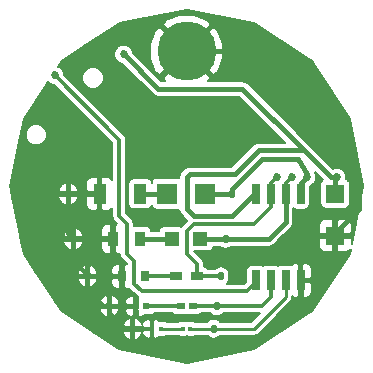
<source format=gtl>
G04 #@! TF.FileFunction,Copper,L1,Top,Signal*
%FSLAX46Y46*%
G04 Gerber Fmt 4.6, Leading zero omitted, Abs format (unit mm)*
G04 Created by KiCad (PCBNEW 4.0.6) date 10/10/19 11:50:36*
%MOMM*%
%LPD*%
G01*
G04 APERTURE LIST*
%ADD10C,0.100000*%
%ADD11R,0.400000X0.400000*%
%ADD12R,0.700000X0.600000*%
%ADD13R,1.700000X1.800860*%
%ADD14C,5.000000*%
%ADD15R,1.600000X1.600000*%
%ADD16R,1.300000X1.198880*%
%ADD17R,1.000000X0.797560*%
%ADD18R,0.650000X1.700000*%
%ADD19O,0.508000X0.762000*%
%ADD20R,1.100000X1.700000*%
%ADD21R,0.900000X1.300000*%
%ADD22R,0.700000X0.900000*%
%ADD23R,0.600000X0.600000*%
%ADD24R,0.450000X0.430000*%
%ADD25C,0.685800*%
%ADD26C,0.406400*%
%ADD27C,0.304800*%
%ADD28C,0.254000*%
%ADD29C,0.200000*%
G04 APERTURE END LIST*
D10*
D11*
X207980000Y-103505000D03*
X208580000Y-103505000D03*
D12*
X207780000Y-101600000D03*
X208780000Y-101600000D03*
D13*
X209804000Y-92075000D03*
X206629000Y-92075000D03*
D14*
X208280000Y-80010000D03*
D15*
X220853000Y-95631000D03*
X220853000Y-92075000D03*
D16*
X209423000Y-95885000D03*
X207010000Y-95885000D03*
D17*
X209169000Y-99060000D03*
X207391000Y-99060000D03*
D18*
X214122000Y-99408000D03*
X215392000Y-99408000D03*
X216662000Y-99408000D03*
X217932000Y-99408000D03*
X217932000Y-92108000D03*
X216662000Y-92108000D03*
X215392000Y-92108000D03*
X214122000Y-92108000D03*
D19*
X212090000Y-92075000D03*
X211582000Y-95885000D03*
X211201000Y-99060000D03*
X210820000Y-101600000D03*
X210566000Y-103505000D03*
X198247000Y-92075000D03*
X198691500Y-95885000D03*
X199898000Y-99060000D03*
X201739500Y-101600000D03*
X203708000Y-103505000D03*
D20*
X204343000Y-92075000D03*
X200914000Y-92075000D03*
D21*
X204343000Y-95885000D03*
X202057000Y-95885000D03*
D22*
X204724000Y-99060000D03*
X202819000Y-99060000D03*
D23*
X204870000Y-101600000D03*
X203970000Y-101600000D03*
D24*
X206140000Y-103505000D03*
X205340000Y-103505000D03*
D25*
X198755000Y-101600000D03*
X217170000Y-102235000D03*
X202946000Y-80264000D03*
X220980000Y-90678000D03*
X217170000Y-90678000D03*
X215900000Y-90678000D03*
X218440000Y-90678000D03*
X197104000Y-82042000D03*
D26*
X220853000Y-95631000D02*
X220853000Y-95377000D01*
X220853000Y-95377000D02*
X222885000Y-93345000D01*
X212090000Y-80010000D02*
X208280000Y-80010000D01*
X222885000Y-90805000D02*
X212090000Y-80010000D01*
X222885000Y-93345000D02*
X222885000Y-90805000D01*
X198691500Y-101536500D02*
X198691500Y-95885000D01*
X198755000Y-101600000D02*
X198691500Y-101536500D01*
X217170000Y-102235000D02*
X217932000Y-101473000D01*
X217932000Y-101473000D02*
X217932000Y-99408000D01*
X217932000Y-99408000D02*
X219362000Y-99408000D01*
X220853000Y-97917000D02*
X220853000Y-95631000D01*
X219362000Y-99408000D02*
X220853000Y-97917000D01*
X198691500Y-95885000D02*
X198691500Y-95821500D01*
X198691500Y-95821500D02*
X198247000Y-95377000D01*
X198247000Y-95377000D02*
X198247000Y-92075000D01*
D27*
X199898000Y-99060000D02*
X199898000Y-98933000D01*
X199898000Y-98933000D02*
X198691500Y-97726500D01*
X198691500Y-97726500D02*
X198691500Y-95885000D01*
X201739500Y-101600000D02*
X201295000Y-101600000D01*
X199898000Y-100203000D02*
X199898000Y-99060000D01*
X201295000Y-101600000D02*
X199898000Y-100203000D01*
D28*
X203708000Y-103505000D02*
X203200000Y-103505000D01*
X201739500Y-102044500D02*
X201739500Y-101600000D01*
X203200000Y-103505000D02*
X201739500Y-102044500D01*
X203708000Y-103505000D02*
X205340000Y-103505000D01*
D26*
X200914000Y-92075000D02*
X198247000Y-92075000D01*
X202057000Y-95885000D02*
X198691500Y-95885000D01*
D27*
X202819000Y-99060000D02*
X199898000Y-99060000D01*
X203970000Y-101600000D02*
X201739500Y-101600000D01*
D26*
X206121000Y-83185000D02*
X205867000Y-83185000D01*
X206121000Y-83185000D02*
X212979000Y-83185000D01*
X218186000Y-88392000D02*
X212979000Y-83185000D01*
X205867000Y-83185000D02*
X202946000Y-80264000D01*
X214376000Y-88392000D02*
X218186000Y-88392000D01*
X208280000Y-90805000D02*
X208280000Y-90678000D01*
X212090000Y-93980000D02*
X208915000Y-93980000D01*
X208915000Y-93980000D02*
X208280000Y-93345000D01*
X208280000Y-93345000D02*
X208280000Y-90805000D01*
X212090000Y-93980000D02*
X213962000Y-92108000D01*
X212344000Y-90424000D02*
X214376000Y-88392000D01*
X208534000Y-90424000D02*
X212344000Y-90424000D01*
X208280000Y-90678000D02*
X208534000Y-90424000D01*
X218186000Y-88392000D02*
X220472000Y-90678000D01*
X220472000Y-90678000D02*
X220980000Y-90678000D01*
X220853000Y-92075000D02*
X220853000Y-90805000D01*
X220853000Y-90805000D02*
X220980000Y-90678000D01*
X214122000Y-92108000D02*
X213962000Y-92108000D01*
D27*
X216662000Y-92108000D02*
X216662000Y-91186000D01*
X216662000Y-91186000D02*
X217170000Y-90678000D01*
D26*
X211582000Y-95885000D02*
X215265000Y-95885000D01*
X216662000Y-94488000D02*
X216662000Y-92108000D01*
X215265000Y-95885000D02*
X216662000Y-94488000D01*
X209423000Y-95885000D02*
X211582000Y-95885000D01*
D27*
X215392000Y-92108000D02*
X215392000Y-91186000D01*
X215392000Y-91186000D02*
X215900000Y-90678000D01*
X208280000Y-97155000D02*
X208280000Y-95250000D01*
X209169000Y-98044000D02*
X208280000Y-97155000D01*
X214630000Y-93980000D02*
X215392000Y-93218000D01*
X215392000Y-92108000D02*
X215392000Y-93218000D01*
X209169000Y-98044000D02*
X209169000Y-99060000D01*
X213995000Y-94615000D02*
X214630000Y-93980000D01*
X211455000Y-94615000D02*
X213995000Y-94615000D01*
X208915000Y-94615000D02*
X211455000Y-94615000D01*
X208280000Y-95250000D02*
X208915000Y-94615000D01*
X209169000Y-99060000D02*
X211201000Y-99060000D01*
D26*
X217932000Y-92108000D02*
X217932000Y-91186000D01*
X217932000Y-91186000D02*
X218440000Y-90678000D01*
X215392000Y-89154000D02*
X214630000Y-89154000D01*
X218440000Y-90424000D02*
X217678000Y-89154000D01*
X217678000Y-89154000D02*
X215392000Y-89154000D01*
X218440000Y-90678000D02*
X218440000Y-90424000D01*
X212090000Y-91694000D02*
X212090000Y-92075000D01*
X214630000Y-89154000D02*
X212090000Y-91694000D01*
X209804000Y-92075000D02*
X212090000Y-92075000D01*
D27*
X202565000Y-93980000D02*
X202565000Y-87503000D01*
X214122000Y-99568000D02*
X213360000Y-100330000D01*
X203200000Y-94615000D02*
X202565000Y-93980000D01*
X203200000Y-97155000D02*
X203200000Y-94615000D01*
X203835000Y-97790000D02*
X203200000Y-97155000D01*
X203835000Y-99695000D02*
X203835000Y-97790000D01*
X204470000Y-100330000D02*
X203835000Y-99695000D01*
X213360000Y-100330000D02*
X204470000Y-100330000D01*
X202565000Y-87503000D02*
X197104000Y-82042000D01*
X214122000Y-99408000D02*
X214122000Y-99568000D01*
X214122000Y-99408000D02*
X214122000Y-98933000D01*
D26*
X207010000Y-95885000D02*
X204343000Y-95885000D01*
D27*
X207391000Y-99060000D02*
X204724000Y-99060000D01*
X207780000Y-101600000D02*
X204870000Y-101600000D01*
D26*
X206629000Y-92075000D02*
X204343000Y-92075000D01*
D27*
X210820000Y-101600000D02*
X214630000Y-101600000D01*
X215392000Y-100838000D02*
X215392000Y-99408000D01*
X214630000Y-101600000D02*
X215392000Y-100838000D01*
X208780000Y-101600000D02*
X210820000Y-101600000D01*
D28*
X210566000Y-103505000D02*
X213995000Y-103505000D01*
X216662000Y-100838000D02*
X216662000Y-99408000D01*
X213995000Y-103505000D02*
X216662000Y-100838000D01*
X208580000Y-103505000D02*
X210566000Y-103505000D01*
X206140000Y-103505000D02*
X207980000Y-103505000D01*
D29*
G36*
X214001200Y-77627801D02*
X218851400Y-80868600D01*
X222092199Y-85718800D01*
X223230217Y-91440000D01*
X222261000Y-96312580D01*
X222261000Y-95937000D01*
X222109000Y-95785000D01*
X221007000Y-95785000D01*
X221007000Y-96887000D01*
X221159000Y-97039000D01*
X221773938Y-97039000D01*
X221997404Y-96946438D01*
X222168437Y-96775405D01*
X222169402Y-96773076D01*
X222092199Y-97161200D01*
X218851400Y-102011400D01*
X214001200Y-105252199D01*
X208280000Y-106390217D01*
X202558800Y-105252199D01*
X200375159Y-103793137D01*
X202863219Y-103793137D01*
X202989189Y-104104155D01*
X203224591Y-104343291D01*
X203449189Y-104454229D01*
X203581000Y-104330549D01*
X203581000Y-103659000D01*
X203835000Y-103659000D01*
X203835000Y-104330549D01*
X203966811Y-104454229D01*
X204191409Y-104343291D01*
X204426811Y-104104155D01*
X204520358Y-103873188D01*
X204599562Y-104064404D01*
X204770595Y-104235437D01*
X204994061Y-104328000D01*
X205075500Y-104328000D01*
X205227500Y-104176000D01*
X205227500Y-103612500D01*
X204659000Y-103612500D01*
X204515153Y-103756347D01*
X204415588Y-103659000D01*
X203835000Y-103659000D01*
X203581000Y-103659000D01*
X203000412Y-103659000D01*
X202863219Y-103793137D01*
X200375159Y-103793137D01*
X199512704Y-103216863D01*
X202863219Y-103216863D01*
X203000412Y-103351000D01*
X203581000Y-103351000D01*
X203581000Y-102679451D01*
X203835000Y-102679451D01*
X203835000Y-103351000D01*
X204415588Y-103351000D01*
X204515153Y-103253653D01*
X204659000Y-103397500D01*
X205227500Y-103397500D01*
X205227500Y-102834000D01*
X205075500Y-102682000D01*
X204994061Y-102682000D01*
X204770595Y-102774563D01*
X204599562Y-102945596D01*
X204520358Y-103136812D01*
X204426811Y-102905845D01*
X204191409Y-102666709D01*
X203966811Y-102555771D01*
X203835000Y-102679451D01*
X203581000Y-102679451D01*
X203449189Y-102555771D01*
X203224591Y-102666709D01*
X202989189Y-102905845D01*
X202863219Y-103216863D01*
X199512704Y-103216863D01*
X197708600Y-102011400D01*
X197626239Y-101888137D01*
X200894719Y-101888137D01*
X201020689Y-102199155D01*
X201256091Y-102438291D01*
X201480689Y-102549229D01*
X201612500Y-102425549D01*
X201612500Y-101754000D01*
X201866500Y-101754000D01*
X201866500Y-102425549D01*
X201998311Y-102549229D01*
X202222909Y-102438291D01*
X202458311Y-102199155D01*
X202578666Y-101902000D01*
X203062000Y-101902000D01*
X203062000Y-102020938D01*
X203154562Y-102244404D01*
X203325595Y-102415437D01*
X203549061Y-102508000D01*
X203668000Y-102508000D01*
X203820000Y-102356000D01*
X203820000Y-101750000D01*
X203214000Y-101750000D01*
X203062000Y-101902000D01*
X202578666Y-101902000D01*
X202584281Y-101888137D01*
X202447088Y-101754000D01*
X201866500Y-101754000D01*
X201612500Y-101754000D01*
X201031912Y-101754000D01*
X200894719Y-101888137D01*
X197626239Y-101888137D01*
X197241186Y-101311863D01*
X200894719Y-101311863D01*
X201031912Y-101446000D01*
X201612500Y-101446000D01*
X201612500Y-100774451D01*
X201866500Y-100774451D01*
X201866500Y-101446000D01*
X202447088Y-101446000D01*
X202584281Y-101311863D01*
X202530494Y-101179062D01*
X203062000Y-101179062D01*
X203062000Y-101298000D01*
X203214000Y-101450000D01*
X203820000Y-101450000D01*
X203820000Y-100844000D01*
X203668000Y-100692000D01*
X203549061Y-100692000D01*
X203325595Y-100784563D01*
X203154562Y-100955596D01*
X203062000Y-101179062D01*
X202530494Y-101179062D01*
X202458311Y-101000845D01*
X202222909Y-100761709D01*
X201998311Y-100650771D01*
X201866500Y-100774451D01*
X201612500Y-100774451D01*
X201480689Y-100650771D01*
X201256091Y-100761709D01*
X201020689Y-101000845D01*
X200894719Y-101311863D01*
X197241186Y-101311863D01*
X195929066Y-99348137D01*
X199053219Y-99348137D01*
X199179189Y-99659155D01*
X199414591Y-99898291D01*
X199639189Y-100009229D01*
X199771000Y-99885549D01*
X199771000Y-99214000D01*
X200025000Y-99214000D01*
X200025000Y-99885549D01*
X200156811Y-100009229D01*
X200381409Y-99898291D01*
X200616811Y-99659155D01*
X200735546Y-99366000D01*
X201861000Y-99366000D01*
X201861000Y-99630938D01*
X201953562Y-99854404D01*
X202124595Y-100025437D01*
X202348061Y-100118000D01*
X202513000Y-100118000D01*
X202665000Y-99966000D01*
X202665000Y-99214000D01*
X202013000Y-99214000D01*
X201861000Y-99366000D01*
X200735546Y-99366000D01*
X200742781Y-99348137D01*
X200605588Y-99214000D01*
X200025000Y-99214000D01*
X199771000Y-99214000D01*
X199190412Y-99214000D01*
X199053219Y-99348137D01*
X195929066Y-99348137D01*
X195544012Y-98771863D01*
X199053219Y-98771863D01*
X199190412Y-98906000D01*
X199771000Y-98906000D01*
X199771000Y-98234451D01*
X200025000Y-98234451D01*
X200025000Y-98906000D01*
X200605588Y-98906000D01*
X200742781Y-98771863D01*
X200628240Y-98489062D01*
X201861000Y-98489062D01*
X201861000Y-98754000D01*
X202013000Y-98906000D01*
X202665000Y-98906000D01*
X202665000Y-98154000D01*
X202513000Y-98002000D01*
X202348061Y-98002000D01*
X202124595Y-98094563D01*
X201953562Y-98265596D01*
X201861000Y-98489062D01*
X200628240Y-98489062D01*
X200616811Y-98460845D01*
X200381409Y-98221709D01*
X200156811Y-98110771D01*
X200025000Y-98234451D01*
X199771000Y-98234451D01*
X199639189Y-98110771D01*
X199414591Y-98221709D01*
X199179189Y-98460845D01*
X199053219Y-98771863D01*
X195544012Y-98771863D01*
X194467801Y-97161200D01*
X194271264Y-96173137D01*
X197846719Y-96173137D01*
X197972689Y-96484155D01*
X198208091Y-96723291D01*
X198432689Y-96834229D01*
X198564500Y-96710549D01*
X198564500Y-96039000D01*
X198818500Y-96039000D01*
X198818500Y-96710549D01*
X198950311Y-96834229D01*
X199174909Y-96723291D01*
X199410311Y-96484155D01*
X199529046Y-96191000D01*
X200999000Y-96191000D01*
X200999000Y-96655938D01*
X201091562Y-96879404D01*
X201262595Y-97050437D01*
X201486061Y-97143000D01*
X201751000Y-97143000D01*
X201903000Y-96991000D01*
X201903000Y-96039000D01*
X201151000Y-96039000D01*
X200999000Y-96191000D01*
X199529046Y-96191000D01*
X199536281Y-96173137D01*
X199399088Y-96039000D01*
X198818500Y-96039000D01*
X198564500Y-96039000D01*
X197983912Y-96039000D01*
X197846719Y-96173137D01*
X194271264Y-96173137D01*
X194156636Y-95596863D01*
X197846719Y-95596863D01*
X197983912Y-95731000D01*
X198564500Y-95731000D01*
X198564500Y-95059451D01*
X198818500Y-95059451D01*
X198818500Y-95731000D01*
X199399088Y-95731000D01*
X199536281Y-95596863D01*
X199410311Y-95285845D01*
X199241211Y-95114062D01*
X200999000Y-95114062D01*
X200999000Y-95579000D01*
X201151000Y-95731000D01*
X201903000Y-95731000D01*
X201903000Y-94779000D01*
X201751000Y-94627000D01*
X201486061Y-94627000D01*
X201262595Y-94719563D01*
X201091562Y-94890596D01*
X200999000Y-95114062D01*
X199241211Y-95114062D01*
X199174909Y-95046709D01*
X198950311Y-94935771D01*
X198818500Y-95059451D01*
X198564500Y-95059451D01*
X198432689Y-94935771D01*
X198208091Y-95046709D01*
X197972689Y-95285845D01*
X197846719Y-95596863D01*
X194156636Y-95596863D01*
X193513407Y-92363137D01*
X197402219Y-92363137D01*
X197528189Y-92674155D01*
X197763591Y-92913291D01*
X197988189Y-93024229D01*
X198120000Y-92900549D01*
X198120000Y-92229000D01*
X198374000Y-92229000D01*
X198374000Y-92900549D01*
X198505811Y-93024229D01*
X198730409Y-92913291D01*
X198965811Y-92674155D01*
X199084546Y-92381000D01*
X199756000Y-92381000D01*
X199756000Y-93045938D01*
X199848562Y-93269404D01*
X200019595Y-93440437D01*
X200243061Y-93533000D01*
X200608000Y-93533000D01*
X200760000Y-93381000D01*
X200760000Y-92229000D01*
X199908000Y-92229000D01*
X199756000Y-92381000D01*
X199084546Y-92381000D01*
X199091781Y-92363137D01*
X198954588Y-92229000D01*
X198374000Y-92229000D01*
X198120000Y-92229000D01*
X197539412Y-92229000D01*
X197402219Y-92363137D01*
X193513407Y-92363137D01*
X193398779Y-91786863D01*
X197402219Y-91786863D01*
X197539412Y-91921000D01*
X198120000Y-91921000D01*
X198120000Y-91249451D01*
X198374000Y-91249451D01*
X198374000Y-91921000D01*
X198954588Y-91921000D01*
X199091781Y-91786863D01*
X198965811Y-91475845D01*
X198730409Y-91236709D01*
X198505811Y-91125771D01*
X198374000Y-91249451D01*
X198120000Y-91249451D01*
X197988189Y-91125771D01*
X197763591Y-91236709D01*
X197528189Y-91475845D01*
X197402219Y-91786863D01*
X193398779Y-91786863D01*
X193329783Y-91440000D01*
X193396605Y-91104062D01*
X199756000Y-91104062D01*
X199756000Y-91769000D01*
X199908000Y-91921000D01*
X200760000Y-91921000D01*
X200760000Y-90769000D01*
X200608000Y-90617000D01*
X200243061Y-90617000D01*
X200019595Y-90709563D01*
X199848562Y-90880596D01*
X199756000Y-91104062D01*
X193396605Y-91104062D01*
X194162857Y-87251855D01*
X194649137Y-87251855D01*
X194785865Y-87582762D01*
X195038818Y-87836157D01*
X195369487Y-87973462D01*
X195727529Y-87973775D01*
X196058436Y-87837047D01*
X196311831Y-87584094D01*
X196449136Y-87253425D01*
X196449449Y-86895383D01*
X196312721Y-86564476D01*
X196059768Y-86311081D01*
X195729099Y-86173776D01*
X195371057Y-86173463D01*
X195040150Y-86310191D01*
X194786755Y-86563144D01*
X194649450Y-86893813D01*
X194649137Y-87251855D01*
X194162857Y-87251855D01*
X194467801Y-85718800D01*
X196547289Y-82606626D01*
X196654272Y-82713796D01*
X196945590Y-82834762D01*
X197044927Y-82834849D01*
X201962600Y-87752522D01*
X201962600Y-90863758D01*
X201808405Y-90709563D01*
X201584939Y-90617000D01*
X201220000Y-90617000D01*
X201068000Y-90769000D01*
X201068000Y-91921000D01*
X201088000Y-91921000D01*
X201088000Y-92229000D01*
X201068000Y-92229000D01*
X201068000Y-93381000D01*
X201220000Y-93533000D01*
X201584939Y-93533000D01*
X201808405Y-93440437D01*
X201962600Y-93286242D01*
X201962600Y-93980000D01*
X202008455Y-94210529D01*
X202139039Y-94405961D01*
X202361539Y-94628461D01*
X202211000Y-94779000D01*
X202211000Y-95731000D01*
X202231000Y-95731000D01*
X202231000Y-96039000D01*
X202211000Y-96039000D01*
X202211000Y-96991000D01*
X202363000Y-97143000D01*
X202597600Y-97143000D01*
X202597600Y-97155000D01*
X202643455Y-97385529D01*
X202774039Y-97580961D01*
X203195078Y-98002000D01*
X203125000Y-98002000D01*
X202973000Y-98154000D01*
X202973000Y-98906000D01*
X202993000Y-98906000D01*
X202993000Y-99214000D01*
X202973000Y-99214000D01*
X202973000Y-99966000D01*
X203125000Y-100118000D01*
X203289939Y-100118000D01*
X203381672Y-100080003D01*
X203409039Y-100120961D01*
X204044039Y-100755961D01*
X204142350Y-100821650D01*
X204120000Y-100844000D01*
X204120000Y-101256465D01*
X204111184Y-101300000D01*
X204111184Y-101900000D01*
X204120000Y-101946853D01*
X204120000Y-102356000D01*
X204272000Y-102508000D01*
X204390939Y-102508000D01*
X204614405Y-102415437D01*
X204671026Y-102358816D01*
X205170000Y-102358816D01*
X205336760Y-102327438D01*
X205489919Y-102228883D01*
X205508014Y-102202400D01*
X207089844Y-102202400D01*
X207101117Y-102219919D01*
X207251495Y-102322668D01*
X207430000Y-102358816D01*
X208130000Y-102358816D01*
X208285507Y-102329555D01*
X208430000Y-102358816D01*
X209130000Y-102358816D01*
X209296760Y-102327438D01*
X209449919Y-102228883D01*
X209468014Y-102202400D01*
X210296350Y-102202400D01*
X210322197Y-102241083D01*
X210550591Y-102393691D01*
X210820000Y-102447280D01*
X211089409Y-102393691D01*
X211317803Y-102241083D01*
X211343650Y-102202400D01*
X214481598Y-102202400D01*
X213755998Y-102928000D01*
X211106622Y-102928000D01*
X211063803Y-102863917D01*
X210835409Y-102711309D01*
X210566000Y-102657720D01*
X210296591Y-102711309D01*
X210068197Y-102863917D01*
X210025378Y-102928000D01*
X209025342Y-102928000D01*
X208958505Y-102882332D01*
X208780000Y-102846184D01*
X208380000Y-102846184D01*
X208276329Y-102865691D01*
X208180000Y-102846184D01*
X207780000Y-102846184D01*
X207613240Y-102877562D01*
X207534857Y-102928000D01*
X206632295Y-102928000D01*
X206543505Y-102867332D01*
X206365000Y-102831184D01*
X205966026Y-102831184D01*
X205909405Y-102774563D01*
X205685939Y-102682000D01*
X205604500Y-102682000D01*
X205452500Y-102834000D01*
X205452500Y-103397500D01*
X205456184Y-103397500D01*
X205456184Y-103612500D01*
X205452500Y-103612500D01*
X205452500Y-104176000D01*
X205604500Y-104328000D01*
X205685939Y-104328000D01*
X205909405Y-104235437D01*
X205966026Y-104178816D01*
X206365000Y-104178816D01*
X206531760Y-104147438D01*
X206633454Y-104082000D01*
X207534658Y-104082000D01*
X207601495Y-104127668D01*
X207780000Y-104163816D01*
X208180000Y-104163816D01*
X208283671Y-104144309D01*
X208380000Y-104163816D01*
X208780000Y-104163816D01*
X208946760Y-104132438D01*
X209025143Y-104082000D01*
X210025378Y-104082000D01*
X210068197Y-104146083D01*
X210296591Y-104298691D01*
X210566000Y-104352280D01*
X210835409Y-104298691D01*
X211063803Y-104146083D01*
X211106622Y-104082000D01*
X213994995Y-104082000D01*
X213995000Y-104082001D01*
X214215808Y-104038078D01*
X214403001Y-103913001D01*
X217069998Y-101246003D01*
X217070001Y-101246001D01*
X217195078Y-101058808D01*
X217214948Y-100958917D01*
X217239001Y-100838000D01*
X217239000Y-100837995D01*
X217239000Y-100749842D01*
X217262596Y-100773438D01*
X217486062Y-100866000D01*
X217626000Y-100866000D01*
X217778000Y-100714000D01*
X217778000Y-99562000D01*
X218086000Y-99562000D01*
X218086000Y-100714000D01*
X218238000Y-100866000D01*
X218377938Y-100866000D01*
X218601404Y-100773438D01*
X218772437Y-100602405D01*
X218865000Y-100378939D01*
X218865000Y-99714000D01*
X218713000Y-99562000D01*
X218086000Y-99562000D01*
X217778000Y-99562000D01*
X217758000Y-99562000D01*
X217758000Y-99254000D01*
X217778000Y-99254000D01*
X217778000Y-98102000D01*
X218086000Y-98102000D01*
X218086000Y-99254000D01*
X218713000Y-99254000D01*
X218865000Y-99102000D01*
X218865000Y-98437061D01*
X218772437Y-98213595D01*
X218601404Y-98042562D01*
X218377938Y-97950000D01*
X218238000Y-97950000D01*
X218086000Y-98102000D01*
X217778000Y-98102000D01*
X217626000Y-97950000D01*
X217486062Y-97950000D01*
X217262596Y-98042562D01*
X217168072Y-98137086D01*
X217165505Y-98135332D01*
X216987000Y-98099184D01*
X216337000Y-98099184D01*
X216170240Y-98130562D01*
X216025158Y-98223920D01*
X215895505Y-98135332D01*
X215717000Y-98099184D01*
X215067000Y-98099184D01*
X214900240Y-98130562D01*
X214755158Y-98223920D01*
X214625505Y-98135332D01*
X214447000Y-98099184D01*
X213797000Y-98099184D01*
X213630240Y-98130562D01*
X213477081Y-98229117D01*
X213374332Y-98379495D01*
X213338184Y-98558000D01*
X213338184Y-99499894D01*
X213110478Y-99727600D01*
X211659118Y-99727600D01*
X211698803Y-99701083D01*
X211851411Y-99472689D01*
X211905000Y-99203280D01*
X211905000Y-98916720D01*
X211851411Y-98647311D01*
X211698803Y-98418917D01*
X211470409Y-98266309D01*
X211201000Y-98212720D01*
X210931591Y-98266309D01*
X210703197Y-98418917D01*
X210677350Y-98457600D01*
X210072719Y-98457600D01*
X209997883Y-98341301D01*
X209847505Y-98238552D01*
X209771400Y-98223140D01*
X209771400Y-98044000D01*
X209725545Y-97813472D01*
X209725545Y-97813471D01*
X209594961Y-97618039D01*
X208920178Y-96943256D01*
X210073000Y-96943256D01*
X210239760Y-96911878D01*
X210392919Y-96813323D01*
X210495668Y-96662945D01*
X210520929Y-96538200D01*
X211102331Y-96538200D01*
X211312591Y-96678691D01*
X211582000Y-96732280D01*
X211851409Y-96678691D01*
X212061669Y-96538200D01*
X215265000Y-96538200D01*
X215514969Y-96488478D01*
X215726882Y-96346882D01*
X216136764Y-95937000D01*
X219445000Y-95937000D01*
X219445000Y-96551939D01*
X219537563Y-96775405D01*
X219708596Y-96946438D01*
X219932062Y-97039000D01*
X220547000Y-97039000D01*
X220699000Y-96887000D01*
X220699000Y-95785000D01*
X219597000Y-95785000D01*
X219445000Y-95937000D01*
X216136764Y-95937000D01*
X217123882Y-94949882D01*
X217265478Y-94737969D01*
X217271029Y-94710061D01*
X219445000Y-94710061D01*
X219445000Y-95325000D01*
X219597000Y-95477000D01*
X220699000Y-95477000D01*
X220699000Y-94375000D01*
X221007000Y-94375000D01*
X221007000Y-95477000D01*
X222109000Y-95477000D01*
X222261000Y-95325000D01*
X222261000Y-94710061D01*
X222168437Y-94486595D01*
X221997404Y-94315562D01*
X221773938Y-94223000D01*
X221159000Y-94223000D01*
X221007000Y-94375000D01*
X220699000Y-94375000D01*
X220547000Y-94223000D01*
X219932062Y-94223000D01*
X219708596Y-94315562D01*
X219537563Y-94486595D01*
X219445000Y-94710061D01*
X217271029Y-94710061D01*
X217315200Y-94488000D01*
X217315200Y-93303257D01*
X217428495Y-93380668D01*
X217607000Y-93416816D01*
X218257000Y-93416816D01*
X218423760Y-93385438D01*
X218576919Y-93286883D01*
X218679668Y-93136505D01*
X218715816Y-92958000D01*
X218715816Y-91421955D01*
X218888555Y-91350580D01*
X219111796Y-91127728D01*
X219232762Y-90836410D01*
X219233038Y-90520974D01*
X219121663Y-90251427D01*
X219783749Y-90913513D01*
X219733081Y-90946117D01*
X219630332Y-91096495D01*
X219594184Y-91275000D01*
X219594184Y-92875000D01*
X219625562Y-93041760D01*
X219724117Y-93194919D01*
X219874495Y-93297668D01*
X220053000Y-93333816D01*
X221653000Y-93333816D01*
X221819760Y-93302438D01*
X221972919Y-93203883D01*
X222075668Y-93053505D01*
X222111816Y-92875000D01*
X222111816Y-91275000D01*
X222080438Y-91108240D01*
X221981883Y-90955081D01*
X221831505Y-90852332D01*
X221771220Y-90840124D01*
X221772762Y-90836410D01*
X221773038Y-90520974D01*
X221652580Y-90229445D01*
X221429728Y-90006204D01*
X221138410Y-89885238D01*
X220822974Y-89884962D01*
X220667123Y-89949359D01*
X213440882Y-82723118D01*
X213228969Y-82581522D01*
X212979000Y-82531800D01*
X210105611Y-82531800D01*
X210301587Y-82249376D01*
X208280000Y-80227789D01*
X206258413Y-82249376D01*
X206454389Y-82531800D01*
X206137564Y-82531800D01*
X203739015Y-80133251D01*
X203739038Y-80106974D01*
X203618580Y-79815445D01*
X203395728Y-79592204D01*
X203104410Y-79471238D01*
X202788974Y-79470962D01*
X202497445Y-79591420D01*
X202274204Y-79814272D01*
X202153238Y-80105590D01*
X202152962Y-80421026D01*
X202273420Y-80712555D01*
X202496272Y-80935796D01*
X202787590Y-81056762D01*
X202815022Y-81056786D01*
X205405118Y-83646882D01*
X205617031Y-83788478D01*
X205867000Y-83838200D01*
X212708436Y-83838200D01*
X216609036Y-87738800D01*
X214376000Y-87738800D01*
X214126031Y-87788522D01*
X213914118Y-87930118D01*
X212073436Y-89770800D01*
X208534000Y-89770800D01*
X208284031Y-89820522D01*
X208072118Y-89962118D01*
X207818118Y-90216118D01*
X207676522Y-90428031D01*
X207626800Y-90678000D01*
X207626800Y-90745684D01*
X207479000Y-90715754D01*
X205779000Y-90715754D01*
X205612240Y-90747132D01*
X205459081Y-90845687D01*
X205356332Y-90996065D01*
X205331662Y-91117890D01*
X205320438Y-91058240D01*
X205221883Y-90905081D01*
X205071505Y-90802332D01*
X204893000Y-90766184D01*
X203793000Y-90766184D01*
X203626240Y-90797562D01*
X203473081Y-90896117D01*
X203370332Y-91046495D01*
X203334184Y-91225000D01*
X203334184Y-92925000D01*
X203365562Y-93091760D01*
X203464117Y-93244919D01*
X203614495Y-93347668D01*
X203793000Y-93383816D01*
X204893000Y-93383816D01*
X205059760Y-93352438D01*
X205212919Y-93253883D01*
X205315668Y-93103505D01*
X205330501Y-93030259D01*
X205351562Y-93142190D01*
X205450117Y-93295349D01*
X205600495Y-93398098D01*
X205779000Y-93434246D01*
X207479000Y-93434246D01*
X207638579Y-93404219D01*
X207676522Y-93594969D01*
X207818118Y-93806882D01*
X208344657Y-94333421D01*
X207854039Y-94824039D01*
X207829321Y-94861032D01*
X207660000Y-94826744D01*
X206360000Y-94826744D01*
X206193240Y-94858122D01*
X206040081Y-94956677D01*
X205937332Y-95107055D01*
X205912071Y-95231800D01*
X205251214Y-95231800D01*
X205220438Y-95068240D01*
X205121883Y-94915081D01*
X204971505Y-94812332D01*
X204793000Y-94776184D01*
X203893000Y-94776184D01*
X203802400Y-94793232D01*
X203802400Y-94615000D01*
X203767965Y-94441882D01*
X203756545Y-94384471D01*
X203625961Y-94189039D01*
X203167400Y-93730478D01*
X203167400Y-87503000D01*
X203121545Y-87272472D01*
X202990961Y-87077039D01*
X198357451Y-82443529D01*
X199457463Y-82443529D01*
X199594191Y-82774436D01*
X199847144Y-83027831D01*
X200177813Y-83165136D01*
X200535855Y-83165449D01*
X200866762Y-83028721D01*
X201120157Y-82775768D01*
X201257462Y-82445099D01*
X201257775Y-82087057D01*
X201121047Y-81756150D01*
X200868094Y-81502755D01*
X200537425Y-81365450D01*
X200179383Y-81365137D01*
X199848476Y-81501865D01*
X199595081Y-81754818D01*
X199457776Y-82085487D01*
X199457463Y-82443529D01*
X198357451Y-82443529D01*
X197896952Y-81983030D01*
X197897038Y-81884974D01*
X197776580Y-81593445D01*
X197553728Y-81370204D01*
X197412596Y-81311601D01*
X197708600Y-80868600D01*
X199875301Y-79420857D01*
X205166357Y-79420857D01*
X205177913Y-80657242D01*
X205628825Y-81745837D01*
X206040624Y-82031587D01*
X208062211Y-80010000D01*
X208497789Y-80010000D01*
X210519376Y-82031587D01*
X210931175Y-81745837D01*
X211393643Y-80599143D01*
X211382087Y-79362758D01*
X210931175Y-78274163D01*
X210519376Y-77988413D01*
X208497789Y-80010000D01*
X208062211Y-80010000D01*
X206040624Y-77988413D01*
X205628825Y-78274163D01*
X205166357Y-79420857D01*
X199875301Y-79420857D01*
X202345050Y-77770624D01*
X206258413Y-77770624D01*
X208280000Y-79792211D01*
X210301587Y-77770624D01*
X210015837Y-77358825D01*
X208869143Y-76896357D01*
X207632758Y-76907913D01*
X206544163Y-77358825D01*
X206258413Y-77770624D01*
X202345050Y-77770624D01*
X202558800Y-77627801D01*
X208280000Y-76489783D01*
X214001200Y-77627801D01*
X214001200Y-77627801D01*
G37*
X214001200Y-77627801D02*
X218851400Y-80868600D01*
X222092199Y-85718800D01*
X223230217Y-91440000D01*
X222261000Y-96312580D01*
X222261000Y-95937000D01*
X222109000Y-95785000D01*
X221007000Y-95785000D01*
X221007000Y-96887000D01*
X221159000Y-97039000D01*
X221773938Y-97039000D01*
X221997404Y-96946438D01*
X222168437Y-96775405D01*
X222169402Y-96773076D01*
X222092199Y-97161200D01*
X218851400Y-102011400D01*
X214001200Y-105252199D01*
X208280000Y-106390217D01*
X202558800Y-105252199D01*
X200375159Y-103793137D01*
X202863219Y-103793137D01*
X202989189Y-104104155D01*
X203224591Y-104343291D01*
X203449189Y-104454229D01*
X203581000Y-104330549D01*
X203581000Y-103659000D01*
X203835000Y-103659000D01*
X203835000Y-104330549D01*
X203966811Y-104454229D01*
X204191409Y-104343291D01*
X204426811Y-104104155D01*
X204520358Y-103873188D01*
X204599562Y-104064404D01*
X204770595Y-104235437D01*
X204994061Y-104328000D01*
X205075500Y-104328000D01*
X205227500Y-104176000D01*
X205227500Y-103612500D01*
X204659000Y-103612500D01*
X204515153Y-103756347D01*
X204415588Y-103659000D01*
X203835000Y-103659000D01*
X203581000Y-103659000D01*
X203000412Y-103659000D01*
X202863219Y-103793137D01*
X200375159Y-103793137D01*
X199512704Y-103216863D01*
X202863219Y-103216863D01*
X203000412Y-103351000D01*
X203581000Y-103351000D01*
X203581000Y-102679451D01*
X203835000Y-102679451D01*
X203835000Y-103351000D01*
X204415588Y-103351000D01*
X204515153Y-103253653D01*
X204659000Y-103397500D01*
X205227500Y-103397500D01*
X205227500Y-102834000D01*
X205075500Y-102682000D01*
X204994061Y-102682000D01*
X204770595Y-102774563D01*
X204599562Y-102945596D01*
X204520358Y-103136812D01*
X204426811Y-102905845D01*
X204191409Y-102666709D01*
X203966811Y-102555771D01*
X203835000Y-102679451D01*
X203581000Y-102679451D01*
X203449189Y-102555771D01*
X203224591Y-102666709D01*
X202989189Y-102905845D01*
X202863219Y-103216863D01*
X199512704Y-103216863D01*
X197708600Y-102011400D01*
X197626239Y-101888137D01*
X200894719Y-101888137D01*
X201020689Y-102199155D01*
X201256091Y-102438291D01*
X201480689Y-102549229D01*
X201612500Y-102425549D01*
X201612500Y-101754000D01*
X201866500Y-101754000D01*
X201866500Y-102425549D01*
X201998311Y-102549229D01*
X202222909Y-102438291D01*
X202458311Y-102199155D01*
X202578666Y-101902000D01*
X203062000Y-101902000D01*
X203062000Y-102020938D01*
X203154562Y-102244404D01*
X203325595Y-102415437D01*
X203549061Y-102508000D01*
X203668000Y-102508000D01*
X203820000Y-102356000D01*
X203820000Y-101750000D01*
X203214000Y-101750000D01*
X203062000Y-101902000D01*
X202578666Y-101902000D01*
X202584281Y-101888137D01*
X202447088Y-101754000D01*
X201866500Y-101754000D01*
X201612500Y-101754000D01*
X201031912Y-101754000D01*
X200894719Y-101888137D01*
X197626239Y-101888137D01*
X197241186Y-101311863D01*
X200894719Y-101311863D01*
X201031912Y-101446000D01*
X201612500Y-101446000D01*
X201612500Y-100774451D01*
X201866500Y-100774451D01*
X201866500Y-101446000D01*
X202447088Y-101446000D01*
X202584281Y-101311863D01*
X202530494Y-101179062D01*
X203062000Y-101179062D01*
X203062000Y-101298000D01*
X203214000Y-101450000D01*
X203820000Y-101450000D01*
X203820000Y-100844000D01*
X203668000Y-100692000D01*
X203549061Y-100692000D01*
X203325595Y-100784563D01*
X203154562Y-100955596D01*
X203062000Y-101179062D01*
X202530494Y-101179062D01*
X202458311Y-101000845D01*
X202222909Y-100761709D01*
X201998311Y-100650771D01*
X201866500Y-100774451D01*
X201612500Y-100774451D01*
X201480689Y-100650771D01*
X201256091Y-100761709D01*
X201020689Y-101000845D01*
X200894719Y-101311863D01*
X197241186Y-101311863D01*
X195929066Y-99348137D01*
X199053219Y-99348137D01*
X199179189Y-99659155D01*
X199414591Y-99898291D01*
X199639189Y-100009229D01*
X199771000Y-99885549D01*
X199771000Y-99214000D01*
X200025000Y-99214000D01*
X200025000Y-99885549D01*
X200156811Y-100009229D01*
X200381409Y-99898291D01*
X200616811Y-99659155D01*
X200735546Y-99366000D01*
X201861000Y-99366000D01*
X201861000Y-99630938D01*
X201953562Y-99854404D01*
X202124595Y-100025437D01*
X202348061Y-100118000D01*
X202513000Y-100118000D01*
X202665000Y-99966000D01*
X202665000Y-99214000D01*
X202013000Y-99214000D01*
X201861000Y-99366000D01*
X200735546Y-99366000D01*
X200742781Y-99348137D01*
X200605588Y-99214000D01*
X200025000Y-99214000D01*
X199771000Y-99214000D01*
X199190412Y-99214000D01*
X199053219Y-99348137D01*
X195929066Y-99348137D01*
X195544012Y-98771863D01*
X199053219Y-98771863D01*
X199190412Y-98906000D01*
X199771000Y-98906000D01*
X199771000Y-98234451D01*
X200025000Y-98234451D01*
X200025000Y-98906000D01*
X200605588Y-98906000D01*
X200742781Y-98771863D01*
X200628240Y-98489062D01*
X201861000Y-98489062D01*
X201861000Y-98754000D01*
X202013000Y-98906000D01*
X202665000Y-98906000D01*
X202665000Y-98154000D01*
X202513000Y-98002000D01*
X202348061Y-98002000D01*
X202124595Y-98094563D01*
X201953562Y-98265596D01*
X201861000Y-98489062D01*
X200628240Y-98489062D01*
X200616811Y-98460845D01*
X200381409Y-98221709D01*
X200156811Y-98110771D01*
X200025000Y-98234451D01*
X199771000Y-98234451D01*
X199639189Y-98110771D01*
X199414591Y-98221709D01*
X199179189Y-98460845D01*
X199053219Y-98771863D01*
X195544012Y-98771863D01*
X194467801Y-97161200D01*
X194271264Y-96173137D01*
X197846719Y-96173137D01*
X197972689Y-96484155D01*
X198208091Y-96723291D01*
X198432689Y-96834229D01*
X198564500Y-96710549D01*
X198564500Y-96039000D01*
X198818500Y-96039000D01*
X198818500Y-96710549D01*
X198950311Y-96834229D01*
X199174909Y-96723291D01*
X199410311Y-96484155D01*
X199529046Y-96191000D01*
X200999000Y-96191000D01*
X200999000Y-96655938D01*
X201091562Y-96879404D01*
X201262595Y-97050437D01*
X201486061Y-97143000D01*
X201751000Y-97143000D01*
X201903000Y-96991000D01*
X201903000Y-96039000D01*
X201151000Y-96039000D01*
X200999000Y-96191000D01*
X199529046Y-96191000D01*
X199536281Y-96173137D01*
X199399088Y-96039000D01*
X198818500Y-96039000D01*
X198564500Y-96039000D01*
X197983912Y-96039000D01*
X197846719Y-96173137D01*
X194271264Y-96173137D01*
X194156636Y-95596863D01*
X197846719Y-95596863D01*
X197983912Y-95731000D01*
X198564500Y-95731000D01*
X198564500Y-95059451D01*
X198818500Y-95059451D01*
X198818500Y-95731000D01*
X199399088Y-95731000D01*
X199536281Y-95596863D01*
X199410311Y-95285845D01*
X199241211Y-95114062D01*
X200999000Y-95114062D01*
X200999000Y-95579000D01*
X201151000Y-95731000D01*
X201903000Y-95731000D01*
X201903000Y-94779000D01*
X201751000Y-94627000D01*
X201486061Y-94627000D01*
X201262595Y-94719563D01*
X201091562Y-94890596D01*
X200999000Y-95114062D01*
X199241211Y-95114062D01*
X199174909Y-95046709D01*
X198950311Y-94935771D01*
X198818500Y-95059451D01*
X198564500Y-95059451D01*
X198432689Y-94935771D01*
X198208091Y-95046709D01*
X197972689Y-95285845D01*
X197846719Y-95596863D01*
X194156636Y-95596863D01*
X193513407Y-92363137D01*
X197402219Y-92363137D01*
X197528189Y-92674155D01*
X197763591Y-92913291D01*
X197988189Y-93024229D01*
X198120000Y-92900549D01*
X198120000Y-92229000D01*
X198374000Y-92229000D01*
X198374000Y-92900549D01*
X198505811Y-93024229D01*
X198730409Y-92913291D01*
X198965811Y-92674155D01*
X199084546Y-92381000D01*
X199756000Y-92381000D01*
X199756000Y-93045938D01*
X199848562Y-93269404D01*
X200019595Y-93440437D01*
X200243061Y-93533000D01*
X200608000Y-93533000D01*
X200760000Y-93381000D01*
X200760000Y-92229000D01*
X199908000Y-92229000D01*
X199756000Y-92381000D01*
X199084546Y-92381000D01*
X199091781Y-92363137D01*
X198954588Y-92229000D01*
X198374000Y-92229000D01*
X198120000Y-92229000D01*
X197539412Y-92229000D01*
X197402219Y-92363137D01*
X193513407Y-92363137D01*
X193398779Y-91786863D01*
X197402219Y-91786863D01*
X197539412Y-91921000D01*
X198120000Y-91921000D01*
X198120000Y-91249451D01*
X198374000Y-91249451D01*
X198374000Y-91921000D01*
X198954588Y-91921000D01*
X199091781Y-91786863D01*
X198965811Y-91475845D01*
X198730409Y-91236709D01*
X198505811Y-91125771D01*
X198374000Y-91249451D01*
X198120000Y-91249451D01*
X197988189Y-91125771D01*
X197763591Y-91236709D01*
X197528189Y-91475845D01*
X197402219Y-91786863D01*
X193398779Y-91786863D01*
X193329783Y-91440000D01*
X193396605Y-91104062D01*
X199756000Y-91104062D01*
X199756000Y-91769000D01*
X199908000Y-91921000D01*
X200760000Y-91921000D01*
X200760000Y-90769000D01*
X200608000Y-90617000D01*
X200243061Y-90617000D01*
X200019595Y-90709563D01*
X199848562Y-90880596D01*
X199756000Y-91104062D01*
X193396605Y-91104062D01*
X194162857Y-87251855D01*
X194649137Y-87251855D01*
X194785865Y-87582762D01*
X195038818Y-87836157D01*
X195369487Y-87973462D01*
X195727529Y-87973775D01*
X196058436Y-87837047D01*
X196311831Y-87584094D01*
X196449136Y-87253425D01*
X196449449Y-86895383D01*
X196312721Y-86564476D01*
X196059768Y-86311081D01*
X195729099Y-86173776D01*
X195371057Y-86173463D01*
X195040150Y-86310191D01*
X194786755Y-86563144D01*
X194649450Y-86893813D01*
X194649137Y-87251855D01*
X194162857Y-87251855D01*
X194467801Y-85718800D01*
X196547289Y-82606626D01*
X196654272Y-82713796D01*
X196945590Y-82834762D01*
X197044927Y-82834849D01*
X201962600Y-87752522D01*
X201962600Y-90863758D01*
X201808405Y-90709563D01*
X201584939Y-90617000D01*
X201220000Y-90617000D01*
X201068000Y-90769000D01*
X201068000Y-91921000D01*
X201088000Y-91921000D01*
X201088000Y-92229000D01*
X201068000Y-92229000D01*
X201068000Y-93381000D01*
X201220000Y-93533000D01*
X201584939Y-93533000D01*
X201808405Y-93440437D01*
X201962600Y-93286242D01*
X201962600Y-93980000D01*
X202008455Y-94210529D01*
X202139039Y-94405961D01*
X202361539Y-94628461D01*
X202211000Y-94779000D01*
X202211000Y-95731000D01*
X202231000Y-95731000D01*
X202231000Y-96039000D01*
X202211000Y-96039000D01*
X202211000Y-96991000D01*
X202363000Y-97143000D01*
X202597600Y-97143000D01*
X202597600Y-97155000D01*
X202643455Y-97385529D01*
X202774039Y-97580961D01*
X203195078Y-98002000D01*
X203125000Y-98002000D01*
X202973000Y-98154000D01*
X202973000Y-98906000D01*
X202993000Y-98906000D01*
X202993000Y-99214000D01*
X202973000Y-99214000D01*
X202973000Y-99966000D01*
X203125000Y-100118000D01*
X203289939Y-100118000D01*
X203381672Y-100080003D01*
X203409039Y-100120961D01*
X204044039Y-100755961D01*
X204142350Y-100821650D01*
X204120000Y-100844000D01*
X204120000Y-101256465D01*
X204111184Y-101300000D01*
X204111184Y-101900000D01*
X204120000Y-101946853D01*
X204120000Y-102356000D01*
X204272000Y-102508000D01*
X204390939Y-102508000D01*
X204614405Y-102415437D01*
X204671026Y-102358816D01*
X205170000Y-102358816D01*
X205336760Y-102327438D01*
X205489919Y-102228883D01*
X205508014Y-102202400D01*
X207089844Y-102202400D01*
X207101117Y-102219919D01*
X207251495Y-102322668D01*
X207430000Y-102358816D01*
X208130000Y-102358816D01*
X208285507Y-102329555D01*
X208430000Y-102358816D01*
X209130000Y-102358816D01*
X209296760Y-102327438D01*
X209449919Y-102228883D01*
X209468014Y-102202400D01*
X210296350Y-102202400D01*
X210322197Y-102241083D01*
X210550591Y-102393691D01*
X210820000Y-102447280D01*
X211089409Y-102393691D01*
X211317803Y-102241083D01*
X211343650Y-102202400D01*
X214481598Y-102202400D01*
X213755998Y-102928000D01*
X211106622Y-102928000D01*
X211063803Y-102863917D01*
X210835409Y-102711309D01*
X210566000Y-102657720D01*
X210296591Y-102711309D01*
X210068197Y-102863917D01*
X210025378Y-102928000D01*
X209025342Y-102928000D01*
X208958505Y-102882332D01*
X208780000Y-102846184D01*
X208380000Y-102846184D01*
X208276329Y-102865691D01*
X208180000Y-102846184D01*
X207780000Y-102846184D01*
X207613240Y-102877562D01*
X207534857Y-102928000D01*
X206632295Y-102928000D01*
X206543505Y-102867332D01*
X206365000Y-102831184D01*
X205966026Y-102831184D01*
X205909405Y-102774563D01*
X205685939Y-102682000D01*
X205604500Y-102682000D01*
X205452500Y-102834000D01*
X205452500Y-103397500D01*
X205456184Y-103397500D01*
X205456184Y-103612500D01*
X205452500Y-103612500D01*
X205452500Y-104176000D01*
X205604500Y-104328000D01*
X205685939Y-104328000D01*
X205909405Y-104235437D01*
X205966026Y-104178816D01*
X206365000Y-104178816D01*
X206531760Y-104147438D01*
X206633454Y-104082000D01*
X207534658Y-104082000D01*
X207601495Y-104127668D01*
X207780000Y-104163816D01*
X208180000Y-104163816D01*
X208283671Y-104144309D01*
X208380000Y-104163816D01*
X208780000Y-104163816D01*
X208946760Y-104132438D01*
X209025143Y-104082000D01*
X210025378Y-104082000D01*
X210068197Y-104146083D01*
X210296591Y-104298691D01*
X210566000Y-104352280D01*
X210835409Y-104298691D01*
X211063803Y-104146083D01*
X211106622Y-104082000D01*
X213994995Y-104082000D01*
X213995000Y-104082001D01*
X214215808Y-104038078D01*
X214403001Y-103913001D01*
X217069998Y-101246003D01*
X217070001Y-101246001D01*
X217195078Y-101058808D01*
X217214948Y-100958917D01*
X217239001Y-100838000D01*
X217239000Y-100837995D01*
X217239000Y-100749842D01*
X217262596Y-100773438D01*
X217486062Y-100866000D01*
X217626000Y-100866000D01*
X217778000Y-100714000D01*
X217778000Y-99562000D01*
X218086000Y-99562000D01*
X218086000Y-100714000D01*
X218238000Y-100866000D01*
X218377938Y-100866000D01*
X218601404Y-100773438D01*
X218772437Y-100602405D01*
X218865000Y-100378939D01*
X218865000Y-99714000D01*
X218713000Y-99562000D01*
X218086000Y-99562000D01*
X217778000Y-99562000D01*
X217758000Y-99562000D01*
X217758000Y-99254000D01*
X217778000Y-99254000D01*
X217778000Y-98102000D01*
X218086000Y-98102000D01*
X218086000Y-99254000D01*
X218713000Y-99254000D01*
X218865000Y-99102000D01*
X218865000Y-98437061D01*
X218772437Y-98213595D01*
X218601404Y-98042562D01*
X218377938Y-97950000D01*
X218238000Y-97950000D01*
X218086000Y-98102000D01*
X217778000Y-98102000D01*
X217626000Y-97950000D01*
X217486062Y-97950000D01*
X217262596Y-98042562D01*
X217168072Y-98137086D01*
X217165505Y-98135332D01*
X216987000Y-98099184D01*
X216337000Y-98099184D01*
X216170240Y-98130562D01*
X216025158Y-98223920D01*
X215895505Y-98135332D01*
X215717000Y-98099184D01*
X215067000Y-98099184D01*
X214900240Y-98130562D01*
X214755158Y-98223920D01*
X214625505Y-98135332D01*
X214447000Y-98099184D01*
X213797000Y-98099184D01*
X213630240Y-98130562D01*
X213477081Y-98229117D01*
X213374332Y-98379495D01*
X213338184Y-98558000D01*
X213338184Y-99499894D01*
X213110478Y-99727600D01*
X211659118Y-99727600D01*
X211698803Y-99701083D01*
X211851411Y-99472689D01*
X211905000Y-99203280D01*
X211905000Y-98916720D01*
X211851411Y-98647311D01*
X211698803Y-98418917D01*
X211470409Y-98266309D01*
X211201000Y-98212720D01*
X210931591Y-98266309D01*
X210703197Y-98418917D01*
X210677350Y-98457600D01*
X210072719Y-98457600D01*
X209997883Y-98341301D01*
X209847505Y-98238552D01*
X209771400Y-98223140D01*
X209771400Y-98044000D01*
X209725545Y-97813472D01*
X209725545Y-97813471D01*
X209594961Y-97618039D01*
X208920178Y-96943256D01*
X210073000Y-96943256D01*
X210239760Y-96911878D01*
X210392919Y-96813323D01*
X210495668Y-96662945D01*
X210520929Y-96538200D01*
X211102331Y-96538200D01*
X211312591Y-96678691D01*
X211582000Y-96732280D01*
X211851409Y-96678691D01*
X212061669Y-96538200D01*
X215265000Y-96538200D01*
X215514969Y-96488478D01*
X215726882Y-96346882D01*
X216136764Y-95937000D01*
X219445000Y-95937000D01*
X219445000Y-96551939D01*
X219537563Y-96775405D01*
X219708596Y-96946438D01*
X219932062Y-97039000D01*
X220547000Y-97039000D01*
X220699000Y-96887000D01*
X220699000Y-95785000D01*
X219597000Y-95785000D01*
X219445000Y-95937000D01*
X216136764Y-95937000D01*
X217123882Y-94949882D01*
X217265478Y-94737969D01*
X217271029Y-94710061D01*
X219445000Y-94710061D01*
X219445000Y-95325000D01*
X219597000Y-95477000D01*
X220699000Y-95477000D01*
X220699000Y-94375000D01*
X221007000Y-94375000D01*
X221007000Y-95477000D01*
X222109000Y-95477000D01*
X222261000Y-95325000D01*
X222261000Y-94710061D01*
X222168437Y-94486595D01*
X221997404Y-94315562D01*
X221773938Y-94223000D01*
X221159000Y-94223000D01*
X221007000Y-94375000D01*
X220699000Y-94375000D01*
X220547000Y-94223000D01*
X219932062Y-94223000D01*
X219708596Y-94315562D01*
X219537563Y-94486595D01*
X219445000Y-94710061D01*
X217271029Y-94710061D01*
X217315200Y-94488000D01*
X217315200Y-93303257D01*
X217428495Y-93380668D01*
X217607000Y-93416816D01*
X218257000Y-93416816D01*
X218423760Y-93385438D01*
X218576919Y-93286883D01*
X218679668Y-93136505D01*
X218715816Y-92958000D01*
X218715816Y-91421955D01*
X218888555Y-91350580D01*
X219111796Y-91127728D01*
X219232762Y-90836410D01*
X219233038Y-90520974D01*
X219121663Y-90251427D01*
X219783749Y-90913513D01*
X219733081Y-90946117D01*
X219630332Y-91096495D01*
X219594184Y-91275000D01*
X219594184Y-92875000D01*
X219625562Y-93041760D01*
X219724117Y-93194919D01*
X219874495Y-93297668D01*
X220053000Y-93333816D01*
X221653000Y-93333816D01*
X221819760Y-93302438D01*
X221972919Y-93203883D01*
X222075668Y-93053505D01*
X222111816Y-92875000D01*
X222111816Y-91275000D01*
X222080438Y-91108240D01*
X221981883Y-90955081D01*
X221831505Y-90852332D01*
X221771220Y-90840124D01*
X221772762Y-90836410D01*
X221773038Y-90520974D01*
X221652580Y-90229445D01*
X221429728Y-90006204D01*
X221138410Y-89885238D01*
X220822974Y-89884962D01*
X220667123Y-89949359D01*
X213440882Y-82723118D01*
X213228969Y-82581522D01*
X212979000Y-82531800D01*
X210105611Y-82531800D01*
X210301587Y-82249376D01*
X208280000Y-80227789D01*
X206258413Y-82249376D01*
X206454389Y-82531800D01*
X206137564Y-82531800D01*
X203739015Y-80133251D01*
X203739038Y-80106974D01*
X203618580Y-79815445D01*
X203395728Y-79592204D01*
X203104410Y-79471238D01*
X202788974Y-79470962D01*
X202497445Y-79591420D01*
X202274204Y-79814272D01*
X202153238Y-80105590D01*
X202152962Y-80421026D01*
X202273420Y-80712555D01*
X202496272Y-80935796D01*
X202787590Y-81056762D01*
X202815022Y-81056786D01*
X205405118Y-83646882D01*
X205617031Y-83788478D01*
X205867000Y-83838200D01*
X212708436Y-83838200D01*
X216609036Y-87738800D01*
X214376000Y-87738800D01*
X214126031Y-87788522D01*
X213914118Y-87930118D01*
X212073436Y-89770800D01*
X208534000Y-89770800D01*
X208284031Y-89820522D01*
X208072118Y-89962118D01*
X207818118Y-90216118D01*
X207676522Y-90428031D01*
X207626800Y-90678000D01*
X207626800Y-90745684D01*
X207479000Y-90715754D01*
X205779000Y-90715754D01*
X205612240Y-90747132D01*
X205459081Y-90845687D01*
X205356332Y-90996065D01*
X205331662Y-91117890D01*
X205320438Y-91058240D01*
X205221883Y-90905081D01*
X205071505Y-90802332D01*
X204893000Y-90766184D01*
X203793000Y-90766184D01*
X203626240Y-90797562D01*
X203473081Y-90896117D01*
X203370332Y-91046495D01*
X203334184Y-91225000D01*
X203334184Y-92925000D01*
X203365562Y-93091760D01*
X203464117Y-93244919D01*
X203614495Y-93347668D01*
X203793000Y-93383816D01*
X204893000Y-93383816D01*
X205059760Y-93352438D01*
X205212919Y-93253883D01*
X205315668Y-93103505D01*
X205330501Y-93030259D01*
X205351562Y-93142190D01*
X205450117Y-93295349D01*
X205600495Y-93398098D01*
X205779000Y-93434246D01*
X207479000Y-93434246D01*
X207638579Y-93404219D01*
X207676522Y-93594969D01*
X207818118Y-93806882D01*
X208344657Y-94333421D01*
X207854039Y-94824039D01*
X207829321Y-94861032D01*
X207660000Y-94826744D01*
X206360000Y-94826744D01*
X206193240Y-94858122D01*
X206040081Y-94956677D01*
X205937332Y-95107055D01*
X205912071Y-95231800D01*
X205251214Y-95231800D01*
X205220438Y-95068240D01*
X205121883Y-94915081D01*
X204971505Y-94812332D01*
X204793000Y-94776184D01*
X203893000Y-94776184D01*
X203802400Y-94793232D01*
X203802400Y-94615000D01*
X203767965Y-94441882D01*
X203756545Y-94384471D01*
X203625961Y-94189039D01*
X203167400Y-93730478D01*
X203167400Y-87503000D01*
X203121545Y-87272472D01*
X202990961Y-87077039D01*
X198357451Y-82443529D01*
X199457463Y-82443529D01*
X199594191Y-82774436D01*
X199847144Y-83027831D01*
X200177813Y-83165136D01*
X200535855Y-83165449D01*
X200866762Y-83028721D01*
X201120157Y-82775768D01*
X201257462Y-82445099D01*
X201257775Y-82087057D01*
X201121047Y-81756150D01*
X200868094Y-81502755D01*
X200537425Y-81365450D01*
X200179383Y-81365137D01*
X199848476Y-81501865D01*
X199595081Y-81754818D01*
X199457776Y-82085487D01*
X199457463Y-82443529D01*
X198357451Y-82443529D01*
X197896952Y-81983030D01*
X197897038Y-81884974D01*
X197776580Y-81593445D01*
X197553728Y-81370204D01*
X197412596Y-81311601D01*
X197708600Y-80868600D01*
X199875301Y-79420857D01*
X205166357Y-79420857D01*
X205177913Y-80657242D01*
X205628825Y-81745837D01*
X206040624Y-82031587D01*
X208062211Y-80010000D01*
X208497789Y-80010000D01*
X210519376Y-82031587D01*
X210931175Y-81745837D01*
X211393643Y-80599143D01*
X211382087Y-79362758D01*
X210931175Y-78274163D01*
X210519376Y-77988413D01*
X208497789Y-80010000D01*
X208062211Y-80010000D01*
X206040624Y-77988413D01*
X205628825Y-78274163D01*
X205166357Y-79420857D01*
X199875301Y-79420857D01*
X202345050Y-77770624D01*
X206258413Y-77770624D01*
X208280000Y-79792211D01*
X210301587Y-77770624D01*
X210015837Y-77358825D01*
X208869143Y-76896357D01*
X207632758Y-76907913D01*
X206544163Y-77358825D01*
X206258413Y-77770624D01*
X202345050Y-77770624D01*
X202558800Y-77627801D01*
X208280000Y-76489783D01*
X214001200Y-77627801D01*
M02*

</source>
